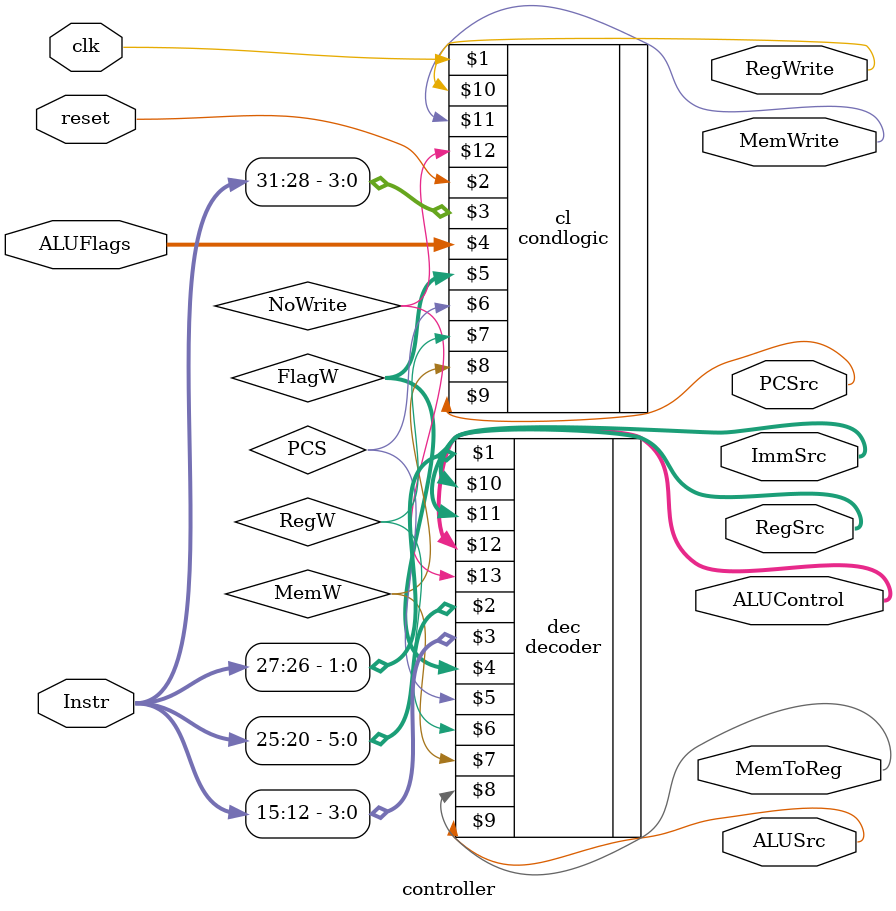
<source format=sv>
module controller(input  logic 		   clk, reset,
						input  logic [31:12] Instr,
						input  logic [3:0]   ALUFlags,
						output logic [1:0]   RegSrc,
						output logic 			RegWrite,
						output logic [1:0]	ImmSrc,
						output logic 			ALUSrc,
						output logic [1:0]	ALUControl,
						output logic			MemWrite, MemToReg,
						output logic			PCSrc
						);
	
	logic [1:0] FlagW;
	logic 		PCS, RegW, MemW,NoWrite;
	
	decoder dec(Instr[27:26], Instr[25:20], Instr[15:12], FlagW, PCS, RegW, 
					MemW, MemToReg, ALUSrc, ImmSrc, RegSrc, ALUControl,NoWrite);
	
	condlogic cl(clk, reset, Instr[31:28], ALUFlags, FlagW, PCS, 
					 RegW, MemW, PCSrc, RegWrite, MemWrite,NoWrite);
						
						
endmodule
</source>
